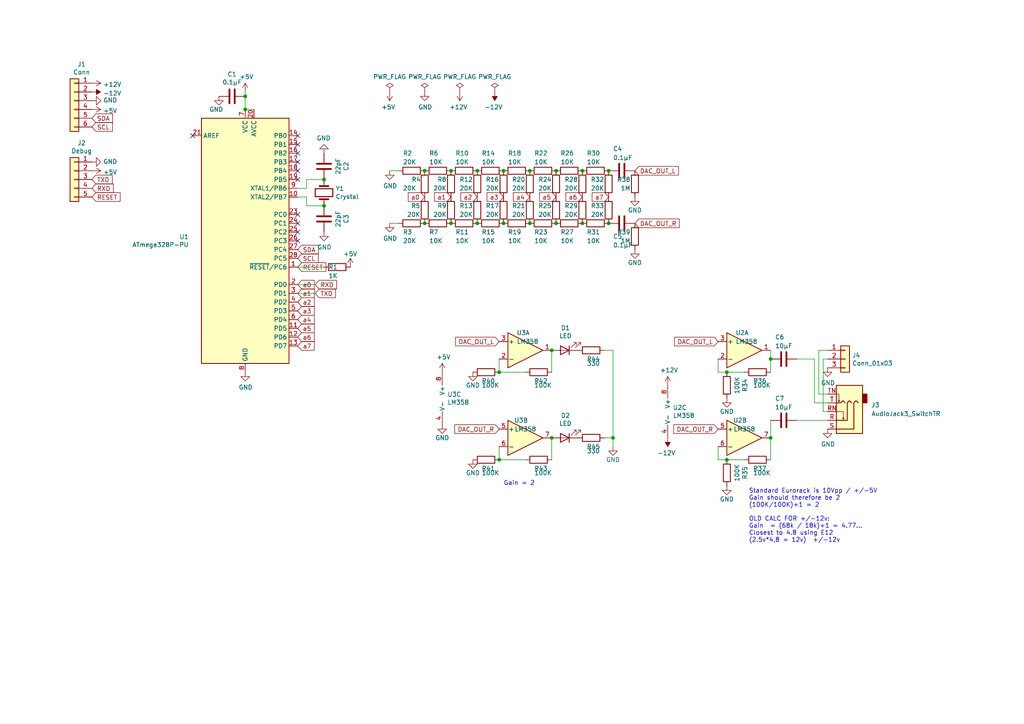
<source format=kicad_sch>
(kicad_sch (version 20211123) (generator eeschema)
  (paper "A4")
  (lib_symbols
    (symbol "Amplifier_Operational:LM358" (pin_names (offset 0.127))
      (property "Reference" "U" (at 0 5.08 0))
      (property "Value" "LM358" (at 0 -5.08 0))
      (symbol "LM358_1_1"
        (polyline (pts (xy -5.08 5.08) (xy 5.08 0) (xy -5.08 -5.08) (xy -5.08 5.08)) (stroke (width 0.254)) (fill (type background)))
        (pin output line (at 7.62 0 180) (length 2.54) (name "~") (number "1"))
        (pin input line (at -7.62 -2.54 0) (length 2.54) (name "-") (number "2"))
        (pin input line (at -7.62 2.54 0) (length 2.54) (name "+") (number "3"))
      )
      (symbol "LM358_2_1"
        (polyline (pts (xy -5.08 5.08) (xy 5.08 0) (xy -5.08 -5.08) (xy -5.08 5.08)) (stroke (width 0.254)) (fill (type background)))
        (pin input line (at -7.62 2.54 0) (length 2.54) (name "+") (number "5"))
        (pin input line (at -7.62 -2.54 0) (length 2.54) (name "-") (number "6"))
        (pin output line (at 7.62 0 180) (length 2.54) (name "~") (number "7"))
      )
      (symbol "LM358_3_1"
        (pin power_in line (at -2.54 -7.62 90) (length 3.81) (name "V-") (number "4"))
        (pin power_in line (at -2.54 7.62 270) (length 3.81) (name "V+") (number "8"))
      )
    )
    (symbol "Connector:AudioJack3_SwitchTR"
      (property "Reference" "J" (at 0 8.89 0))
      (property "Value" "AudioJack3_SwitchTR" (at 0 6.35 0))
      (symbol "AudioJack3_SwitchTR_0_1"
        (rectangle (start -5.08 -5.08) (end -6.35 -7.62) (stroke (width 0.254)) (fill (type outline)))
        (polyline (pts (xy 0.508 -0.254) (xy 0.762 -0.762)))
        (polyline (pts (xy 1.778 -5.334) (xy 2.032 -5.842)))
        (polyline (pts (xy 0 -5.08) (xy 0.635 -5.715) (xy 1.27 -5.08) (xy 2.54 -5.08)) (stroke (width 0.254)))
        (polyline (pts (xy 2.54 -7.62) (xy 1.778 -7.62) (xy 1.778 -5.334) (xy 1.524 -5.842)))
        (polyline (pts (xy 2.54 -2.54) (xy 0.508 -2.54) (xy 0.508 -0.254) (xy 0.254 -0.762)))
        (polyline (pts (xy -1.905 -5.08) (xy -1.27 -5.715) (xy -0.635 -5.08) (xy -0.635 0) (xy 2.54 0)) (stroke (width 0.254)))
        (polyline (pts (xy 2.54 2.54) (xy -2.54 2.54) (xy -2.54 -5.08) (xy -3.175 -5.715) (xy -3.81 -5.08)) (stroke (width 0.254)))
        (rectangle (start 2.54 3.81) (end -5.08 -10.16) (stroke (width 0.254)) (fill (type background)))
      )
      (symbol "AudioJack3_SwitchTR_1_1"
        (pin passive line (at 5.08 0 180) (length 2.54) (name "~") (number "R"))
        (pin passive line (at 5.08 -2.54 180) (length 2.54) (name "~") (number "RN"))
        (pin passive line (at 5.08 2.54 180) (length 2.54) (name "~") (number "S"))
        (pin passive line (at 5.08 -5.08 180) (length 2.54) (name "~") (number "T"))
        (pin passive line (at 5.08 -7.62 180) (length 2.54) (name "~") (number "TN"))
      )
    )
    (symbol "Connector_Generic:Conn_01x03" (pin_names (offset 1.016) hide)
      (property "Reference" "J" (at 0 5.08 0))
      (property "Value" "Conn_01x03" (at 0 -5.08 0))
      (symbol "Conn_01x03_1_1"
        (rectangle (start -1.27 -2.413) (end 0 -2.667) (stroke (width 0.1524)))
        (rectangle (start -1.27 0.127) (end 0 -0.127) (stroke (width 0.1524)))
        (rectangle (start -1.27 2.667) (end 0 2.413) (stroke (width 0.1524)))
        (rectangle (start -1.27 3.81) (end 1.27 -3.81) (stroke (width 0.254)) (fill (type background)))
        (pin passive line (at -5.08 2.54 0) (length 3.81) (name "Pin_1") (number "1"))
        (pin passive line (at -5.08 0 0) (length 3.81) (name "Pin_2") (number "2"))
        (pin passive line (at -5.08 -2.54 0) (length 3.81) (name "Pin_3") (number "3"))
      )
    )
    (symbol "Connector_Generic:Conn_01x05" (pin_names (offset 1.016) hide)
      (property "Reference" "J" (at 0 7.62 0))
      (property "Value" "Conn_01x05" (at 0 -7.62 0))
      (symbol "Conn_01x05_1_1"
        (rectangle (start -1.27 -4.953) (end 0 -5.207) (stroke (width 0.1524)))
        (rectangle (start -1.27 -2.413) (end 0 -2.667) (stroke (width 0.1524)))
        (rectangle (start -1.27 0.127) (end 0 -0.127) (stroke (width 0.1524)))
        (rectangle (start -1.27 2.667) (end 0 2.413) (stroke (width 0.1524)))
        (rectangle (start -1.27 5.207) (end 0 4.953) (stroke (width 0.1524)))
        (rectangle (start -1.27 6.35) (end 1.27 -6.35) (stroke (width 0.254)) (fill (type background)))
        (pin passive line (at -5.08 5.08 0) (length 3.81) (name "Pin_1") (number "1"))
        (pin passive line (at -5.08 2.54 0) (length 3.81) (name "Pin_2") (number "2"))
        (pin passive line (at -5.08 0 0) (length 3.81) (name "Pin_3") (number "3"))
        (pin passive line (at -5.08 -2.54 0) (length 3.81) (name "Pin_4") (number "4"))
        (pin passive line (at -5.08 -5.08 0) (length 3.81) (name "Pin_5") (number "5"))
      )
    )
    (symbol "Connector_Generic:Conn_01x06" (pin_names (offset 1.016) hide)
      (property "Reference" "J" (at 0 7.62 0))
      (property "Value" "Conn_01x06" (at 0 -10.16 0))
      (symbol "Conn_01x06_1_1"
        (rectangle (start -1.27 -7.493) (end 0 -7.747) (stroke (width 0.1524)))
        (rectangle (start -1.27 -4.953) (end 0 -5.207) (stroke (width 0.1524)))
        (rectangle (start -1.27 -2.413) (end 0 -2.667) (stroke (width 0.1524)))
        (rectangle (start -1.27 0.127) (end 0 -0.127) (stroke (width 0.1524)))
        (rectangle (start -1.27 2.667) (end 0 2.413) (stroke (width 0.1524)))
        (rectangle (start -1.27 5.207) (end 0 4.953) (stroke (width 0.1524)))
        (rectangle (start -1.27 6.35) (end 1.27 -8.89) (stroke (width 0.254)) (fill (type background)))
        (pin passive line (at -5.08 5.08 0) (length 3.81) (name "Pin_1") (number "1"))
        (pin passive line (at -5.08 2.54 0) (length 3.81) (name "Pin_2") (number "2"))
        (pin passive line (at -5.08 0 0) (length 3.81) (name "Pin_3") (number "3"))
        (pin passive line (at -5.08 -2.54 0) (length 3.81) (name "Pin_4") (number "4"))
        (pin passive line (at -5.08 -5.08 0) (length 3.81) (name "Pin_5") (number "5"))
        (pin passive line (at -5.08 -7.62 0) (length 3.81) (name "Pin_6") (number "6"))
      )
    )
    (symbol "Device:C" (pin_numbers hide) (pin_names (offset 0.254))
      (property "Reference" "C" (at 0.635 2.54 0))
      (property "Value" "C" (at 0.635 -2.54 0))
      (symbol "C_0_1"
        (polyline (pts (xy -2.032 -0.762) (xy 2.032 -0.762)) (stroke (width 0.508)))
        (polyline (pts (xy -2.032 0.762) (xy 2.032 0.762)) (stroke (width 0.508)))
      )
      (symbol "C_1_1"
        (pin passive line (at 0 3.81 270) (length 2.794) (name "~") (number "1"))
        (pin passive line (at 0 -3.81 90) (length 2.794) (name "~") (number "2"))
      )
    )
    (symbol "Device:Crystal" (pin_numbers hide) (pin_names (offset 1.016) hide)
      (property "Reference" "Y" (at 0 3.81 0))
      (property "Value" "Crystal" (at 0 -3.81 0))
      (symbol "Crystal_0_1"
        (rectangle (start -1.143 2.54) (end 1.143 -2.54) (stroke (width 0.3048)))
        (polyline (pts (xy -2.54 0) (xy -1.905 0)))
        (polyline (pts (xy -1.905 -1.27) (xy -1.905 1.27)) (stroke (width 0.508)))
        (polyline (pts (xy 1.905 -1.27) (xy 1.905 1.27)) (stroke (width 0.508)))
        (polyline (pts (xy 2.54 0) (xy 1.905 0)))
      )
      (symbol "Crystal_1_1"
        (pin passive line (at -3.81 0 0) (length 1.27) (name "1") (number "1"))
        (pin passive line (at 3.81 0 180) (length 1.27) (name "2") (number "2"))
      )
    )
    (symbol "Device:LED" (pin_numbers hide) (pin_names (offset 1.016) hide)
      (property "Reference" "D" (at 0 2.54 0))
      (property "Value" "LED" (at 0 -2.54 0))
      (symbol "LED_0_1"
        (polyline (pts (xy -1.27 -1.27) (xy -1.27 1.27)) (stroke (width 0.254)))
        (polyline (pts (xy -1.27 0) (xy 1.27 0)))
        (polyline (pts (xy 1.27 -1.27) (xy 1.27 1.27) (xy -1.27 0) (xy 1.27 -1.27)) (stroke (width 0.254)))
        (polyline (pts (xy -3.048 -0.762) (xy -4.572 -2.286) (xy -3.81 -2.286) (xy -4.572 -2.286) (xy -4.572 -1.524)))
        (polyline (pts (xy -1.778 -0.762) (xy -3.302 -2.286) (xy -2.54 -2.286) (xy -3.302 -2.286) (xy -3.302 -1.524)))
      )
      (symbol "LED_1_1"
        (pin passive line (at -3.81 0 0) (length 2.54) (name "K") (number "1"))
        (pin passive line (at 3.81 0 180) (length 2.54) (name "A") (number "2"))
      )
    )
    (symbol "Device:R" (pin_numbers hide) (pin_names (offset 0))
      (property "Reference" "R" (at 2.032 0 90))
      (property "Value" "R" (at 0 0 90))
      (symbol "R_0_1"
        (rectangle (start -1.016 -2.54) (end 1.016 2.54) (stroke (width 0.254)))
      )
      (symbol "R_1_1"
        (pin passive line (at 0 3.81 270) (length 1.27) (name "~") (number "1"))
        (pin passive line (at 0 -3.81 90) (length 1.27) (name "~") (number "2"))
      )
    )
    (symbol "WKVoice-rescue:ATmega328P-PU-MCU_Microchip_ATmega"
      (property "Reference" "U" (at -12.7 36.83 0))
      (property "Value" "ATmega328P-PU-MCU_Microchip_ATmega" (at 2.54 -36.83 0))
      (symbol "ATmega328P-PU-MCU_Microchip_ATmega_0_1"
        (rectangle (start -12.7 -35.56) (end 12.7 35.56) (stroke (width 0.254)) (fill (type background)))
      )
      (symbol "ATmega328P-PU-MCU_Microchip_ATmega_1_1"
        (pin bidirectional line (at 15.24 -7.62 180) (length 2.54) (name "~{RESET}/PC6") (number "1"))
        (pin bidirectional line (at 15.24 12.7 180) (length 2.54) (name "XTAL2/PB7") (number "10"))
        (pin bidirectional line (at 15.24 -25.4 180) (length 2.54) (name "PD5") (number "11"))
        (pin bidirectional line (at 15.24 -27.94 180) (length 2.54) (name "PD6") (number "12"))
        (pin bidirectional line (at 15.24 -30.48 180) (length 2.54) (name "PD7") (number "13"))
        (pin bidirectional line (at 15.24 30.48 180) (length 2.54) (name "PB0") (number "14"))
        (pin bidirectional line (at 15.24 27.94 180) (length 2.54) (name "PB1") (number "15"))
        (pin bidirectional line (at 15.24 25.4 180) (length 2.54) (name "PB2") (number "16"))
        (pin bidirectional line (at 15.24 22.86 180) (length 2.54) (name "PB3") (number "17"))
        (pin bidirectional line (at 15.24 20.32 180) (length 2.54) (name "PB4") (number "18"))
        (pin bidirectional line (at 15.24 17.78 180) (length 2.54) (name "PB5") (number "19"))
        (pin bidirectional line (at 15.24 -12.7 180) (length 2.54) (name "PD0") (number "2"))
        (pin power_in line (at 2.54 38.1 270) (length 2.54) (name "AVCC") (number "20"))
        (pin passive line (at -15.24 30.48 0) (length 2.54) (name "AREF") (number "21"))
        (pin passive line (at 0 -38.1 90) (length 2.54) hide (name "GND") (number "22"))
        (pin bidirectional line (at 15.24 7.62 180) (length 2.54) (name "PC0") (number "23"))
        (pin bidirectional line (at 15.24 5.08 180) (length 2.54) (name "PC1") (number "24"))
        (pin bidirectional line (at 15.24 2.54 180) (length 2.54) (name "PC2") (number "25"))
        (pin bidirectional line (at 15.24 0 180) (length 2.54) (name "PC3") (number "26"))
        (pin bidirectional line (at 15.24 -2.54 180) (length 2.54) (name "PC4") (number "27"))
        (pin bidirectional line (at 15.24 -5.08 180) (length 2.54) (name "PC5") (number "28"))
        (pin bidirectional line (at 15.24 -15.24 180) (length 2.54) (name "PD1") (number "3"))
        (pin bidirectional line (at 15.24 -17.78 180) (length 2.54) (name "PD2") (number "4"))
        (pin bidirectional line (at 15.24 -20.32 180) (length 2.54) (name "PD3") (number "5"))
        (pin bidirectional line (at 15.24 -22.86 180) (length 2.54) (name "PD4") (number "6"))
        (pin power_in line (at 0 38.1 270) (length 2.54) (name "VCC") (number "7"))
        (pin power_in line (at 0 -38.1 90) (length 2.54) (name "GND") (number "8"))
        (pin bidirectional line (at 15.24 15.24 180) (length 2.54) (name "XTAL1/PB6") (number "9"))
      )
    )
    (symbol "power:+12V" (power) (pin_names (offset 0))
      (property "Value" "+12V" (at 0 3.556 0))
      (symbol "+12V_0_1"
        (polyline (pts (xy -0.762 1.27) (xy 0 2.54)))
        (polyline (pts (xy 0 0) (xy 0 2.54)))
        (polyline (pts (xy 0 2.54) (xy 0.762 1.27)))
      )
      (symbol "+12V_1_1"
        (pin power_in line (at 0 0 90) (length 0) hide (name "+12V") (number "1"))
      )
    )
    (symbol "power:+5V" (power) (pin_names (offset 0))
      (property "Value" "+5V" (at 0 3.556 0))
      (symbol "+5V_0_1"
        (polyline (pts (xy -0.762 1.27) (xy 0 2.54)))
        (polyline (pts (xy 0 0) (xy 0 2.54)))
        (polyline (pts (xy 0 2.54) (xy 0.762 1.27)))
      )
      (symbol "+5V_1_1"
        (pin power_in line (at 0 0 90) (length 0) hide (name "+5V") (number "1"))
      )
    )
    (symbol "power:-12V" (power) (pin_names (offset 0))
      (property "Value" "-12V" (at 0 3.81 0))
      (symbol "-12V_0_0"
        (pin power_in line (at 0 0 90) (length 0) hide (name "-12V") (number "1"))
      )
      (symbol "-12V_0_1"
        (polyline (pts (xy 0 0) (xy 0 1.27) (xy 0.762 1.27) (xy 0 2.54) (xy -0.762 1.27) (xy 0 1.27)) (fill (type outline)))
      )
    )
    (symbol "power:GND" (power) (pin_names (offset 0))
      (property "Value" "GND" (at 0 -3.81 0))
      (symbol "GND_0_1"
        (polyline (pts (xy 0 0) (xy 0 -1.27) (xy 1.27 -1.27) (xy 0 -2.54) (xy -1.27 -1.27) (xy 0 -1.27)))
      )
      (symbol "GND_1_1"
        (pin power_in line (at 0 0 270) (length 0) hide (name "GND") (number "1"))
      )
    )
    (symbol "power:PWR_FLAG" (power) (pin_numbers hide) (pin_names (offset 0) hide)
      (property "Value" "PWR_FLAG" (at 0 3.81 0))
      (symbol "PWR_FLAG_0_0"
        (pin power_out line (at 0 0 90) (length 0) (name "pwr") (number "1"))
      )
      (symbol "PWR_FLAG_0_1"
        (polyline (pts (xy 0 0) (xy 0 1.27) (xy -1.016 1.905) (xy 0 2.54) (xy 1.016 1.905) (xy 0 1.27)))
      )
    )
  )
  (junction (at 138.43 49.53))
  (junction (at 160.02 127))
  (junction (at 160.02 101.6))
  (junction (at 210.82 133.35))
  (junction (at 144.78 133.35))
  (junction (at 168.91 49.53))
  (junction (at 144.78 107.95))
  (junction (at 210.82 107.95))
  (junction (at 153.67 49.53))
  (junction (at 168.91 64.77))
  (junction (at 123.19 64.77))
  (junction (at 223.52 104.14))
  (junction (at 177.8 127))
  (junction (at 146.05 64.77))
  (junction (at 123.19 49.53))
  (junction (at 71.12 31.75))
  (junction (at 146.05 49.53))
  (junction (at 93.98 52.07))
  (junction (at 223.52 127))
  (junction (at 93.98 59.69))
  (junction (at 130.81 64.77))
  (junction (at 130.81 49.53))
  (junction (at 71.12 27.94))
  (junction (at 176.53 64.77))
  (junction (at 176.53 49.53))
  (junction (at 138.43 64.77))
  (junction (at 161.29 64.77))
  (junction (at 153.67 64.77))
  (junction (at 161.29 49.53))
  (no_connect (at 86.36 44.45))
  (no_connect (at 86.36 39.37))
  (no_connect (at 86.36 69.85))
  (no_connect (at 86.36 46.99))
  (no_connect (at 55.88 39.37))
  (no_connect (at 86.36 41.91))
  (no_connect (at 86.36 49.53))
  (no_connect (at 86.36 67.31))
  (no_connect (at 86.36 52.07))
  (no_connect (at 86.36 64.77))
  (no_connect (at 86.36 62.23))
  (wire (pts (xy 88.9 59.69) (xy 93.98 59.69)))
  (wire (pts (xy 160.02 133.35) (xy 160.02 127)))
  (wire (pts (xy 93.98 52.07) (xy 88.9 52.07)))
  (wire (pts (xy 210.82 133.35) (xy 208.28 133.35)))
  (wire (pts (xy 86.36 77.47) (xy 93.98 77.47)))
  (wire (pts (xy 223.52 104.14) (xy 223.52 101.6)))
  (wire (pts (xy 86.36 57.15) (xy 88.9 57.15)))
  (wire (pts (xy 86.36 85.09) (xy 91.44 85.09)))
  (wire (pts (xy 238.76 104.14) (xy 238.76 119.38)))
  (wire (pts (xy 215.9 133.35) (xy 210.82 133.35)))
  (wire (pts (xy 86.36 82.55) (xy 91.44 82.55)))
  (wire (pts (xy 223.52 121.92) (xy 223.52 127)))
  (wire (pts (xy 210.82 107.95) (xy 215.9 107.95)))
  (wire (pts (xy 113.03 49.53) (xy 115.57 49.53)))
  (wire (pts (xy 144.78 107.95) (xy 152.4 107.95)))
  (wire (pts (xy 71.12 27.94) (xy 71.12 31.75)))
  (wire (pts (xy 160.02 101.6) (xy 160.02 107.95)))
  (wire (pts (xy 113.03 64.77) (xy 115.57 64.77)))
  (wire (pts (xy 88.9 52.07) (xy 88.9 54.61)))
  (wire (pts (xy 208.28 104.14) (xy 208.28 107.95)))
  (wire (pts (xy 236.22 104.14) (xy 236.22 116.84)))
  (wire (pts (xy 240.03 104.14) (xy 238.76 104.14)))
  (wire (pts (xy 88.9 54.61) (xy 86.36 54.61)))
  (wire (pts (xy 231.14 104.14) (xy 236.22 104.14)))
  (wire (pts (xy 175.26 101.6) (xy 177.8 101.6)))
  (wire (pts (xy 223.52 107.95) (xy 223.52 104.14)))
  (wire (pts (xy 73.66 31.75) (xy 71.12 31.75)))
  (wire (pts (xy 231.14 121.92) (xy 240.03 121.92)))
  (wire (pts (xy 144.78 107.95) (xy 144.78 104.14)))
  (wire (pts (xy 71.12 27.94) (xy 71.12 26.67)))
  (wire (pts (xy 208.28 107.95) (xy 210.82 107.95)))
  (wire (pts (xy 237.49 101.6) (xy 240.03 101.6)))
  (wire (pts (xy 144.78 129.54) (xy 144.78 133.35)))
  (wire (pts (xy 152.4 133.35) (xy 144.78 133.35)))
  (wire (pts (xy 237.49 114.3) (xy 237.49 101.6)))
  (wire (pts (xy 177.8 101.6) (xy 177.8 127)))
  (wire (pts (xy 240.03 114.3) (xy 237.49 114.3)))
  (wire (pts (xy 240.03 116.84) (xy 236.22 116.84)))
  (wire (pts (xy 88.9 57.15) (xy 88.9 59.69)))
  (wire (pts (xy 175.26 127) (xy 177.8 127)))
  (wire (pts (xy 208.28 133.35) (xy 208.28 129.54)))
  (wire (pts (xy 238.76 119.38) (xy 240.03 119.38)))
  (wire (pts (xy 223.52 127) (xy 223.52 133.35)))
  (wire (pts (xy 177.8 127) (xy 177.8 129.54)))
  (text "OLD CALC FOR +/-12v:\nGain  = (68k / 18k)+1 = 4.77...\nClosest to 4.8 using E12\n(2.5v*4,8 = 12v) ~{} +/-12v" (at 217.17 157.48 0) (effects (font (size 1.27 1.27)) (justify left bottom)))
  (text "Gain = 2" (at 146.05 140.97 0) (effects (font (size 1.27 1.27)) (justify left bottom)))
  (text "Standard Eurorack is 10Vpp / +/-5V\nGain should therefore be 2\n(100K/100K)+1 = 2" (at 217.17 147.32 0) (effects (font (size 1.27 1.27)) (justify left bottom)))
  (global_label "a0" (shape input) (at 123.19 57.15 180) (property "Intersheet References" "${INTERSHEET_REFS}" (effects hide)))
  (global_label "TXD" (shape input) (at 26.67 52.07 0) (property "Intersheet References" "${INTERSHEET_REFS}" (effects hide)))
  (global_label "a6" (shape input) (at 168.91 57.15 180) (property "Intersheet References" "${INTERSHEET_REFS}" (effects hide)))
  (global_label "a3" (shape input) (at 146.05 57.15 180) (property "Intersheet References" "${INTERSHEET_REFS}" (effects hide)))
  (global_label "RXD" (shape input) (at 26.67 54.61 0) (property "Intersheet References" "${INTERSHEET_REFS}" (effects hide)))
  (global_label "a4" (shape input) (at 153.67 57.15 180) (property "Intersheet References" "${INTERSHEET_REFS}" (effects hide)))
  (global_label "a1" (shape input) (at 86.36 85.09 0) (property "Intersheet References" "${INTERSHEET_REFS}" (effects hide)))
  (global_label "a5" (shape input) (at 161.29 57.15 180) (property "Intersheet References" "${INTERSHEET_REFS}" (effects hide)))
  (global_label "a0" (shape input) (at 86.36 82.55 0) (property "Intersheet References" "${INTERSHEET_REFS}" (effects hide)))
  (global_label "SDA" (shape input) (at 26.67 34.29 0) (property "Intersheet References" "${INTERSHEET_REFS}" (effects hide)))
  (global_label "RESET" (shape input) (at 86.36 77.47 0) (property "Intersheet References" "${INTERSHEET_REFS}" (effects hide)))
  (global_label "SCL" (shape input) (at 86.36 74.93 0) (property "Intersheet References" "${INTERSHEET_REFS}" (effects hide)))
  (global_label "DAC_OUT_R" (shape input) (at 184.15 64.77 0) (property "Intersheet References" "${INTERSHEET_REFS}" (effects hide)))
  (global_label "DAC_OUT_L" (shape input) (at 184.15 49.53 0) (property "Intersheet References" "${INTERSHEET_REFS}" (effects hide)))
  (global_label "a7" (shape input) (at 86.36 100.33 0) (property "Intersheet References" "${INTERSHEET_REFS}" (effects hide)))
  (global_label "SDA" (shape input) (at 86.36 72.39 0) (property "Intersheet References" "${INTERSHEET_REFS}" (effects hide)))
  (global_label "a4" (shape input) (at 86.36 92.71 0) (property "Intersheet References" "${INTERSHEET_REFS}" (effects hide)))
  (global_label "TXD" (shape input) (at 91.44 85.09 0) (property "Intersheet References" "${INTERSHEET_REFS}" (effects hide)))
  (global_label "a7" (shape input) (at 176.53 57.15 180) (property "Intersheet References" "${INTERSHEET_REFS}" (effects hide)))
  (global_label "a2" (shape input) (at 138.43 57.15 180) (property "Intersheet References" "${INTERSHEET_REFS}" (effects hide)))
  (global_label "DAC_OUT_L" (shape input) (at 144.78 99.06 180) (property "Intersheet References" "${INTERSHEET_REFS}" (effects hide)))
  (global_label "a3" (shape input) (at 86.36 90.17 0) (property "Intersheet References" "${INTERSHEET_REFS}" (effects hide)))
  (global_label "a1" (shape input) (at 130.81 57.15 180) (property "Intersheet References" "${INTERSHEET_REFS}" (effects hide)))
  (global_label "a6" (shape input) (at 86.36 97.79 0) (property "Intersheet References" "${INTERSHEET_REFS}" (effects hide)))
  (global_label "a2" (shape input) (at 86.36 87.63 0) (property "Intersheet References" "${INTERSHEET_REFS}" (effects hide)))
  (global_label "DAC_OUT_L" (shape input) (at 208.28 99.06 180) (property "Intersheet References" "${INTERSHEET_REFS}" (effects hide)))
  (global_label "RXD" (shape input) (at 91.44 82.55 0) (property "Intersheet References" "${INTERSHEET_REFS}" (effects hide)))
  (global_label "DAC_OUT_R" (shape input) (at 208.28 124.46 180) (property "Intersheet References" "${INTERSHEET_REFS}" (effects hide)))
  (global_label "SCL" (shape input) (at 26.67 36.83 0) (property "Intersheet References" "${INTERSHEET_REFS}" (effects hide)))
  (global_label "a5" (shape input) (at 86.36 95.25 0) (property "Intersheet References" "${INTERSHEET_REFS}" (effects hide)))
  (global_label "DAC_OUT_R" (shape input) (at 144.78 124.46 180) (property "Intersheet References" "${INTERSHEET_REFS}" (effects hide)))
  (global_label "RESET" (shape input) (at 26.67 57.15 0) (property "Intersheet References" "${INTERSHEET_REFS}" (effects hide)))
  (symbol (lib_id "WKVoice-rescue:ATmega328P-PU-MCU_Microchip_ATmega") (at 71.12 69.85 0) (unit 1)
    (property "Reference" "U1" (at 54.7624 68.6816 0) (effects (justify right)))
    (property "Value" "ATmega328P-PU" (at 54.7624 70.993 0) (effects (justify right)))
    (property "Footprint" "Package_DIP:DIP-28_W7.62mm" (effects hide))
    (property "Datasheet" "http://ww1.microchip.com/downloads/en/DeviceDoc/ATmega328_P%20AVR%20MCU%20with%20picoPower%20Technology%20Data%20Sheet%2040001984A.pdf" (effects hide))
  )
  (symbol (lib_id "power:GND") (at 71.12 107.95 0) (unit 1)
    (property "Reference" "#PWR0101" (effects hide))
    (property "Value" "GND" (at 71.247 112.3442 0))
  )
  (symbol (lib_id "power:+5V") (at 71.12 26.67 0) (unit 1)
    (property "Reference" "#PWR0102" (effects hide))
    (property "Value" "+5V" (at 71.501 22.2758 0))
  )
  (symbol (lib_id "Device:C") (at 67.31 27.94 270) (unit 1)
    (property "Reference" "C1" (at 67.31 21.5392 90))
    (property "Value" "0.1µF" (at 67.31 23.8506 90))
    (property "Footprint" "Capacitor_THT:C_Disc_D4.7mm_W2.5mm_P5.00mm" (effects hide))
  )
  (symbol (lib_id "power:GND") (at 63.5 27.94 0) (unit 1)
    (property "Reference" "#PWR0103" (effects hide))
    (property "Value" "GND" (at 64.77 31.75 0) (effects (justify right)))
  )
  (symbol (lib_id "Device:R") (at 127 64.77 270) (unit 1)
    (property "Reference" "R7" (at 124.46 67.31 90) (effects (justify left)))
    (property "Value" "10K" (at 124.46 69.85 90) (effects (justify left)))
    (property "Footprint" "Resistor_THT:R_Axial_DIN0207_L6.3mm_D2.5mm_P10.16mm_Horizontal" (effects hide))
  )
  (symbol (lib_id "Device:R") (at 119.38 64.77 270) (unit 1)
    (property "Reference" "R3" (at 116.84 67.31 90) (effects (justify left)))
    (property "Value" "20K" (at 116.84 69.85 90) (effects (justify left)))
    (property "Footprint" "Resistor_THT:R_Axial_DIN0207_L6.3mm_D2.5mm_P10.16mm_Horizontal" (effects hide))
  )
  (symbol (lib_id "Device:R") (at 123.19 60.96 180) (unit 1)
    (property "Reference" "R5" (at 121.92 59.69 0) (effects (justify left)))
    (property "Value" "20K" (at 121.92 62.23 0) (effects (justify left)))
    (property "Footprint" "Resistor_THT:R_Axial_DIN0207_L6.3mm_D2.5mm_P10.16mm_Horizontal" (effects hide))
  )
  (symbol (lib_id "power:GND") (at 113.03 64.77 0) (unit 1)
    (property "Reference" "#PWR0104" (effects hide))
    (property "Value" "GND" (at 113.157 69.1642 0))
  )
  (symbol (lib_id "power:GND") (at 113.03 49.53 0) (unit 1)
    (property "Reference" "#PWR0107" (effects hide))
    (property "Value" "GND" (at 113.157 53.9242 0))
  )
  (symbol (lib_id "Device:R") (at 130.81 60.96 180) (unit 1)
    (property "Reference" "R9" (at 129.54 59.69 0) (effects (justify left)))
    (property "Value" "20K" (at 129.54 62.23 0) (effects (justify left)))
    (property "Footprint" "Resistor_THT:R_Axial_DIN0207_L6.3mm_D2.5mm_P10.16mm_Horizontal" (effects hide))
  )
  (symbol (lib_id "Device:R") (at 138.43 60.96 180) (unit 1)
    (property "Reference" "R13" (at 137.16 59.69 0) (effects (justify left)))
    (property "Value" "20K" (at 137.16 62.23 0) (effects (justify left)))
    (property "Footprint" "Resistor_THT:R_Axial_DIN0207_L6.3mm_D2.5mm_P10.16mm_Horizontal" (effects hide))
  )
  (symbol (lib_id "Device:R") (at 146.05 60.96 180) (unit 1)
    (property "Reference" "R17" (at 144.78 59.69 0) (effects (justify left)))
    (property "Value" "20K" (at 144.78 62.23 0) (effects (justify left)))
    (property "Footprint" "Resistor_THT:R_Axial_DIN0207_L6.3mm_D2.5mm_P10.16mm_Horizontal" (effects hide))
  )
  (symbol (lib_id "Device:R") (at 153.67 60.96 180) (unit 1)
    (property "Reference" "R21" (at 152.4 59.69 0) (effects (justify left)))
    (property "Value" "20K" (at 152.4 62.23 0) (effects (justify left)))
    (property "Footprint" "Resistor_THT:R_Axial_DIN0207_L6.3mm_D2.5mm_P10.16mm_Horizontal" (effects hide))
  )
  (symbol (lib_id "Device:R") (at 161.29 60.96 180) (unit 1)
    (property "Reference" "R25" (at 160.02 59.69 0) (effects (justify left)))
    (property "Value" "20K" (at 160.02 62.23 0) (effects (justify left)))
    (property "Footprint" "Resistor_THT:R_Axial_DIN0207_L6.3mm_D2.5mm_P10.16mm_Horizontal" (effects hide))
  )
  (symbol (lib_id "Device:R") (at 168.91 60.96 180) (unit 1)
    (property "Reference" "R29" (at 167.64 59.69 0) (effects (justify left)))
    (property "Value" "20K" (at 167.64 62.23 0) (effects (justify left)))
    (property "Footprint" "Resistor_THT:R_Axial_DIN0207_L6.3mm_D2.5mm_P10.16mm_Horizontal" (effects hide))
  )
  (symbol (lib_id "Device:R") (at 176.53 60.96 180) (unit 1)
    (property "Reference" "R33" (at 175.26 59.69 0) (effects (justify left)))
    (property "Value" "20K" (at 175.26 62.23 0) (effects (justify left)))
    (property "Footprint" "Resistor_THT:R_Axial_DIN0207_L6.3mm_D2.5mm_P10.16mm_Horizontal" (effects hide))
  )
  (symbol (lib_id "Device:R") (at 134.62 64.77 270) (unit 1)
    (property "Reference" "R11" (at 132.08 67.31 90) (effects (justify left)))
    (property "Value" "10K" (at 132.08 69.85 90) (effects (justify left)))
    (property "Footprint" "Resistor_THT:R_Axial_DIN0207_L6.3mm_D2.5mm_P10.16mm_Horizontal" (effects hide))
  )
  (symbol (lib_id "Device:R") (at 142.24 64.77 270) (unit 1)
    (property "Reference" "R15" (at 139.7 67.31 90) (effects (justify left)))
    (property "Value" "10K" (at 139.7 69.85 90) (effects (justify left)))
    (property "Footprint" "Resistor_THT:R_Axial_DIN0207_L6.3mm_D2.5mm_P10.16mm_Horizontal" (effects hide))
  )
  (symbol (lib_id "Device:R") (at 149.86 64.77 270) (unit 1)
    (property "Reference" "R19" (at 147.32 67.31 90) (effects (justify left)))
    (property "Value" "10K" (at 147.32 69.85 90) (effects (justify left)))
    (property "Footprint" "Resistor_THT:R_Axial_DIN0207_L6.3mm_D2.5mm_P10.16mm_Horizontal" (effects hide))
  )
  (symbol (lib_id "Device:R") (at 157.48 64.77 270) (unit 1)
    (property "Reference" "R23" (at 154.94 67.31 90) (effects (justify left)))
    (property "Value" "10K" (at 154.94 69.85 90) (effects (justify left)))
    (property "Footprint" "Resistor_THT:R_Axial_DIN0207_L6.3mm_D2.5mm_P10.16mm_Horizontal" (effects hide))
  )
  (symbol (lib_id "Device:R") (at 165.1 64.77 270) (unit 1)
    (property "Reference" "R27" (at 162.56 67.31 90) (effects (justify left)))
    (property "Value" "10K" (at 162.56 69.85 90) (effects (justify left)))
    (property "Footprint" "Resistor_THT:R_Axial_DIN0207_L6.3mm_D2.5mm_P10.16mm_Horizontal" (effects hide))
  )
  (symbol (lib_id "Device:R") (at 172.72 64.77 270) (unit 1)
    (property "Reference" "R31" (at 170.18 67.31 90) (effects (justify left)))
    (property "Value" "10K" (at 170.18 69.85 90) (effects (justify left)))
    (property "Footprint" "Resistor_THT:R_Axial_DIN0207_L6.3mm_D2.5mm_P10.16mm_Horizontal" (effects hide))
  )
  (symbol (lib_id "Device:R") (at 127 49.53 270) (unit 1)
    (property "Reference" "R6" (at 124.46 44.45 90) (effects (justify left)))
    (property "Value" "10K" (at 124.46 46.99 90) (effects (justify left)))
    (property "Footprint" "Resistor_THT:R_Axial_DIN0207_L6.3mm_D2.5mm_P10.16mm_Horizontal" (effects hide))
  )
  (symbol (lib_id "Device:R") (at 134.62 49.53 270) (unit 1)
    (property "Reference" "R10" (at 132.08 44.45 90) (effects (justify left)))
    (property "Value" "10K" (at 132.08 46.99 90) (effects (justify left)))
    (property "Footprint" "Resistor_THT:R_Axial_DIN0207_L6.3mm_D2.5mm_P10.16mm_Horizontal" (effects hide))
  )
  (symbol (lib_id "Device:R") (at 142.24 49.53 270) (unit 1)
    (property "Reference" "R14" (at 139.7 44.45 90) (effects (justify left)))
    (property "Value" "10K" (at 139.7 46.99 90) (effects (justify left)))
    (property "Footprint" "Resistor_THT:R_Axial_DIN0207_L6.3mm_D2.5mm_P10.16mm_Horizontal" (effects hide))
  )
  (symbol (lib_id "Device:R") (at 149.86 49.53 270) (unit 1)
    (property "Reference" "R18" (at 147.32 44.45 90) (effects (justify left)))
    (property "Value" "10K" (at 147.32 46.99 90) (effects (justify left)))
    (property "Footprint" "Resistor_THT:R_Axial_DIN0207_L6.3mm_D2.5mm_P10.16mm_Horizontal" (effects hide))
  )
  (symbol (lib_id "Device:R") (at 157.48 49.53 270) (unit 1)
    (property "Reference" "R22" (at 154.94 44.45 90) (effects (justify left)))
    (property "Value" "10K" (at 154.94 46.99 90) (effects (justify left)))
    (property "Footprint" "Resistor_THT:R_Axial_DIN0207_L6.3mm_D2.5mm_P10.16mm_Horizontal" (effects hide))
  )
  (symbol (lib_id "Device:R") (at 165.1 49.53 270) (unit 1)
    (property "Reference" "R26" (at 162.56 44.45 90) (effects (justify left)))
    (property "Value" "10K" (at 162.56 46.99 90) (effects (justify left)))
    (property "Footprint" "Resistor_THT:R_Axial_DIN0207_L6.3mm_D2.5mm_P10.16mm_Horizontal" (effects hide))
  )
  (symbol (lib_id "Device:R") (at 172.72 49.53 270) (unit 1)
    (property "Reference" "R30" (at 170.18 44.45 90) (effects (justify left)))
    (property "Value" "10K" (at 170.18 46.99 90) (effects (justify left)))
    (property "Footprint" "Resistor_THT:R_Axial_DIN0207_L6.3mm_D2.5mm_P10.16mm_Horizontal" (effects hide))
  )
  (symbol (lib_id "Device:R") (at 119.38 49.53 270) (unit 1)
    (property "Reference" "R2" (at 116.84 44.45 90) (effects (justify left)))
    (property "Value" "20K" (at 116.84 46.99 90) (effects (justify left)))
    (property "Footprint" "Resistor_THT:R_Axial_DIN0207_L6.3mm_D2.5mm_P10.16mm_Horizontal" (effects hide))
  )
  (symbol (lib_id "Device:R") (at 176.53 53.34 180) (unit 1)
    (property "Reference" "R32" (at 175.26 52.07 0) (effects (justify left)))
    (property "Value" "20K" (at 175.26 54.61 0) (effects (justify left)))
    (property "Footprint" "Resistor_THT:R_Axial_DIN0207_L6.3mm_D2.5mm_P10.16mm_Horizontal" (effects hide))
  )
  (symbol (lib_id "Device:R") (at 168.91 53.34 180) (unit 1)
    (property "Reference" "R28" (at 167.64 52.07 0) (effects (justify left)))
    (property "Value" "20K" (at 167.64 54.61 0) (effects (justify left)))
    (property "Footprint" "Resistor_THT:R_Axial_DIN0207_L6.3mm_D2.5mm_P10.16mm_Horizontal" (effects hide))
  )
  (symbol (lib_id "Device:R") (at 161.29 53.34 180) (unit 1)
    (property "Reference" "R24" (at 160.02 52.07 0) (effects (justify left)))
    (property "Value" "20K" (at 160.02 54.61 0) (effects (justify left)))
    (property "Footprint" "Resistor_THT:R_Axial_DIN0207_L6.3mm_D2.5mm_P10.16mm_Horizontal" (effects hide))
  )
  (symbol (lib_id "Device:R") (at 153.67 53.34 180) (unit 1)
    (property "Reference" "R20" (at 152.4 52.07 0) (effects (justify left)))
    (property "Value" "20K" (at 152.4 54.61 0) (effects (justify left)))
    (property "Footprint" "Resistor_THT:R_Axial_DIN0207_L6.3mm_D2.5mm_P10.16mm_Horizontal" (effects hide))
  )
  (symbol (lib_id "Device:R") (at 146.05 53.34 180) (unit 1)
    (property "Reference" "R16" (at 144.78 52.07 0) (effects (justify left)))
    (property "Value" "20K" (at 144.78 54.61 0) (effects (justify left)))
    (property "Footprint" "Resistor_THT:R_Axial_DIN0207_L6.3mm_D2.5mm_P10.16mm_Horizontal" (effects hide))
  )
  (symbol (lib_id "Device:R") (at 138.43 53.34 180) (unit 1)
    (property "Reference" "R12" (at 137.16 52.07 0) (effects (justify left)))
    (property "Value" "20K" (at 137.16 54.61 0) (effects (justify left)))
    (property "Footprint" "Resistor_THT:R_Axial_DIN0207_L6.3mm_D2.5mm_P10.16mm_Horizontal" (effects hide))
  )
  (symbol (lib_id "Device:R") (at 130.81 53.34 180) (unit 1)
    (property "Reference" "R8" (at 129.54 52.07 0) (effects (justify left)))
    (property "Value" "20K" (at 129.54 54.61 0) (effects (justify left)))
    (property "Footprint" "Resistor_THT:R_Axial_DIN0207_L6.3mm_D2.5mm_P10.16mm_Horizontal" (effects hide))
  )
  (symbol (lib_id "Device:R") (at 123.19 53.34 180) (unit 1)
    (property "Reference" "R4" (at 119.38 52.07 0) (effects (justify right)))
    (property "Value" "20K" (at 116.84 54.61 0) (effects (justify right)))
    (property "Footprint" "Resistor_THT:R_Axial_DIN0207_L6.3mm_D2.5mm_P10.16mm_Horizontal" (effects hide))
  )
  (symbol (lib_id "Amplifier_Operational:LM358") (at 215.9 101.6 0) (unit 1)
    (property "Reference" "U2" (at 217.17 96.52 0) (effects (justify right)))
    (property "Value" "LM358" (at 219.71 99.06 0) (effects (justify right)))
    (property "Footprint" "Package_DIP:DIP-8_W7.62mm_LongPads" (effects hide))
    (property "Datasheet" "http://www.ti.com/lit/ds/symlink/lm2904-n.pdf" (effects hide))
  )
  (symbol (lib_id "Amplifier_Operational:LM358") (at 215.9 127 0) (unit 2)
    (property "Reference" "U2" (at 214.63 121.92 0))
    (property "Value" "LM358" (at 215.9 124.46 0))
    (property "Footprint" "Package_DIP:DIP-8_W7.62mm_LongPads" (effects hide))
    (property "Datasheet" "http://www.ti.com/lit/ds/symlink/lm2904-n.pdf" (effects hide))
  )
  (symbol (lib_id "power:GND") (at 240.03 124.46 0) (unit 1)
    (property "Reference" "#PWR0108" (effects hide))
    (property "Value" "GND" (at 240.157 128.8542 0))
  )
  (symbol (lib_id "Device:C") (at 93.98 63.5 180) (unit 1)
    (property "Reference" "C3" (at 100.3808 63.5 90))
    (property "Value" "22pF" (at 98.0694 63.5 90))
    (property "Footprint" "Capacitor_THT:C_Disc_D4.7mm_W2.5mm_P5.00mm" (effects hide))
  )
  (symbol (lib_id "Device:C") (at 93.98 48.26 180) (unit 1)
    (property "Reference" "C2" (at 100.3808 48.26 90))
    (property "Value" "22pF" (at 98.0694 48.26 90))
    (property "Footprint" "Capacitor_THT:C_Disc_D4.7mm_W2.5mm_P5.00mm" (effects hide))
  )
  (symbol (lib_id "Device:Crystal") (at 93.98 55.88 270) (unit 1)
    (property "Reference" "Y1" (at 97.3074 54.7116 90) (effects (justify left)))
    (property "Value" "Crystal" (at 97.3074 57.023 90) (effects (justify left)))
    (property "Footprint" "Crystal:Crystal_HC49-U_Vertical" (effects hide))
  )
  (symbol (lib_id "power:GND") (at 93.98 67.31 0) (unit 1)
    (property "Reference" "#PWR0109" (effects hide))
    (property "Value" "GND" (at 94.107 71.7042 0))
  )
  (symbol (lib_id "power:GND") (at 93.98 44.45 180) (unit 1)
    (property "Reference" "#PWR0110" (effects hide))
    (property "Value" "GND" (at 93.853 40.0558 0))
  )
  (symbol (lib_id "Device:R") (at 97.79 77.47 270) (unit 1)
    (property "Reference" "R1" (at 95.25 77.47 90) (effects (justify left)))
    (property "Value" "1K" (at 95.25 80.01 90) (effects (justify left)))
    (property "Footprint" "Resistor_THT:R_Axial_DIN0207_L6.3mm_D2.5mm_P10.16mm_Horizontal" (effects hide))
  )
  (symbol (lib_id "power:+5V") (at 101.6 77.47 0) (unit 1)
    (property "Reference" "#PWR0111" (effects hide))
    (property "Value" "+5V" (at 101.6 73.66 0))
  )
  (symbol (lib_id "power:PWR_FLAG") (at 113.03 26.67 0) (unit 1)
    (property "Reference" "#FLG0101" (effects hide))
    (property "Value" "PWR_FLAG" (at 113.03 22.2758 0))
  )
  (symbol (lib_id "power:PWR_FLAG") (at 123.19 26.67 0) (unit 1)
    (property "Reference" "#FLG0102" (effects hide))
    (property "Value" "PWR_FLAG" (at 123.19 22.2758 0))
  )
  (symbol (lib_id "power:GND") (at 123.19 26.67 0) (unit 1)
    (property "Reference" "#PWR0112" (effects hide))
    (property "Value" "GND" (at 123.317 31.0642 0))
  )
  (symbol (lib_id "power:+5V") (at 113.03 26.67 180) (unit 1)
    (property "Reference" "#PWR0113" (effects hide))
    (property "Value" "+5V" (at 112.649 31.0642 0))
  )
  (symbol (lib_id "Connector_Generic:Conn_01x05") (at 21.59 52.07 0) (mirror y) (unit 1)
    (property "Reference" "J2" (at 23.6728 41.4782 0))
    (property "Value" "Debug" (at 23.6728 43.7896 0))
    (property "Footprint" "Connector_PinSocket_2.54mm:PinSocket_1x05_P2.54mm_Vertical" (effects hide))
  )
  (symbol (lib_id "power:+5V") (at 26.67 49.53 270) (unit 1)
    (property "Reference" "#PWR0114" (effects hide))
    (property "Value" "+5V" (at 29.9212 49.911 90) (effects (justify left)))
  )
  (symbol (lib_id "power:GND") (at 26.67 46.99 90) (unit 1)
    (property "Reference" "#PWR0115" (effects hide))
    (property "Value" "GND" (at 29.9212 46.863 90) (effects (justify right)))
  )
  (symbol (lib_id "power:GND") (at 26.67 29.21 90) (unit 1)
    (property "Reference" "#PWR0121" (effects hide))
    (property "Value" "GND" (at 29.9212 29.083 90) (effects (justify right)))
  )
  (symbol (lib_id "power:+5V") (at 26.67 31.75 270) (unit 1)
    (property "Reference" "#PWR0120" (effects hide))
    (property "Value" "+5V" (at 29.9212 32.131 90) (effects (justify left)))
  )
  (symbol (lib_id "Amplifier_Operational:LM358") (at 196.215 119.38 0) (unit 3)
    (property "Reference" "U2" (at 195.1482 118.2116 0) (effects (justify left)))
    (property "Value" "LM358" (at 195.1482 120.523 0) (effects (justify left)))
    (property "Footprint" "Package_DIP:DIP-8_W7.62mm_LongPads" (effects hide))
    (property "Datasheet" "http://www.ti.com/lit/ds/symlink/lm2904-n.pdf" (effects hide))
  )
  (symbol (lib_id "power:-12V") (at 193.675 127 180) (unit 1)
    (property "Reference" "#PWR0116" (effects hide))
    (property "Value" "-12V" (at 193.294 131.3942 0))
  )
  (symbol (lib_id "power:+12V") (at 193.675 111.76 0) (unit 1)
    (property "Reference" "#PWR0117" (effects hide))
    (property "Value" "+12V" (at 194.056 107.3658 0))
  )
  (symbol (lib_id "power:-12V") (at 143.51 26.67 180) (unit 1)
    (property "Reference" "#PWR0118" (effects hide))
    (property "Value" "-12V" (at 143.129 31.0642 0))
  )
  (symbol (lib_id "power:PWR_FLAG") (at 133.35 26.67 0) (unit 1)
    (property "Reference" "#FLG0103" (effects hide))
    (property "Value" "PWR_FLAG" (at 133.35 22.2758 0))
  )
  (symbol (lib_id "power:PWR_FLAG") (at 143.51 26.67 0) (unit 1)
    (property "Reference" "#FLG0104" (effects hide))
    (property "Value" "PWR_FLAG" (at 143.51 22.2758 0))
  )
  (symbol (lib_id "power:+12V") (at 133.35 26.67 180) (unit 1)
    (property "Reference" "#PWR0119" (effects hide))
    (property "Value" "+12V" (at 132.969 31.0642 0))
  )
  (symbol (lib_id "power:+12V") (at 26.67 24.13 270) (unit 1)
    (property "Reference" "#PWR0122" (effects hide))
    (property "Value" "+12V" (at 29.9212 24.511 90) (effects (justify left)))
  )
  (symbol (lib_id "power:-12V") (at 26.67 26.67 270) (unit 1)
    (property "Reference" "#PWR0123" (effects hide))
    (property "Value" "-12V" (at 29.9212 27.051 90) (effects (justify left)))
  )
  (symbol (lib_id "Connector_Generic:Conn_01x06") (at 21.59 29.21 0) (mirror y) (unit 1)
    (property "Reference" "J1" (at 23.6728 18.6182 0))
    (property "Value" "Conn" (at 23.6728 20.9296 0))
    (property "Footprint" "Connector_PinHeader_2.54mm:PinHeader_1x06_P2.54mm_Horizontal" (effects hide))
  )
  (symbol (lib_id "Device:R") (at 219.71 133.35 270) (unit 1)
    (property "Reference" "R37" (at 218.44 135.89 90) (effects (justify left)))
    (property "Value" "100K" (at 218.44 137.16 90) (effects (justify left)))
    (property "Footprint" "Resistor_THT:R_Axial_DIN0207_L6.3mm_D2.5mm_P10.16mm_Horizontal" (effects hide))
  )
  (symbol (lib_id "Device:R") (at 219.71 107.95 270) (unit 1)
    (property "Reference" "R36" (at 218.44 110.49 90) (effects (justify left)))
    (property "Value" "100K" (at 218.44 111.76 90) (effects (justify left)))
    (property "Footprint" "Resistor_THT:R_Axial_DIN0207_L6.3mm_D2.5mm_P10.16mm_Horizontal" (effects hide))
  )
  (symbol (lib_id "Device:R") (at 210.82 111.76 180) (unit 1)
    (property "Reference" "R34" (at 216.0778 111.76 90))
    (property "Value" "100K" (at 213.7664 111.76 90))
    (property "Footprint" "Resistor_THT:R_Axial_DIN0207_L6.3mm_D2.5mm_P10.16mm_Horizontal" (effects hide))
  )
  (symbol (lib_id "Device:R") (at 210.82 137.16 180) (unit 1)
    (property "Reference" "R35" (at 216.0778 137.16 90))
    (property "Value" "100K" (at 213.7664 137.16 90))
    (property "Footprint" "Resistor_THT:R_Axial_DIN0207_L6.3mm_D2.5mm_P10.16mm_Horizontal" (effects hide))
  )
  (symbol (lib_id "power:GND") (at 210.82 115.57 0) (unit 1)
    (property "Reference" "#PWR0124" (effects hide))
    (property "Value" "GND" (at 210.82 119.38 0))
  )
  (symbol (lib_id "power:GND") (at 210.82 140.97 0) (unit 1)
    (property "Reference" "#PWR0125" (effects hide))
    (property "Value" "GND" (at 210.82 144.78 0))
  )
  (symbol (lib_id "Amplifier_Operational:LM358") (at 152.4 101.6 0) (unit 1)
    (property "Reference" "U3" (at 153.67 96.52 0) (effects (justify right)))
    (property "Value" "LM358" (at 156.21 99.06 0) (effects (justify right)))
    (property "Footprint" "Package_DIP:DIP-8_W7.62mm_LongPads" (effects hide))
    (property "Datasheet" "http://www.ti.com/lit/ds/symlink/lm2904-n.pdf" (effects hide))
  )
  (symbol (lib_id "Amplifier_Operational:LM358") (at 152.4 127 0) (unit 2)
    (property "Reference" "U3" (at 151.13 121.92 0))
    (property "Value" "LM358" (at 152.4 124.46 0))
    (property "Footprint" "Package_DIP:DIP-8_W7.62mm_LongPads" (effects hide))
    (property "Datasheet" "http://www.ti.com/lit/ds/symlink/lm2904-n.pdf" (effects hide))
  )
  (symbol (lib_id "Amplifier_Operational:LM358") (at 130.81 115.57 0) (unit 3)
    (property "Reference" "U3" (at 129.7432 114.4016 0) (effects (justify left)))
    (property "Value" "LM358" (at 129.7432 116.713 0) (effects (justify left)))
    (property "Footprint" "Package_DIP:DIP-8_W7.62mm_LongPads" (effects hide))
    (property "Datasheet" "http://www.ti.com/lit/ds/symlink/lm2904-n.pdf" (effects hide))
  )
  (symbol (lib_id "Device:LED") (at 163.83 101.6 180) (unit 1)
    (property "Reference" "D1" (at 164.0078 95.123 0))
    (property "Value" "LED" (at 164.0078 97.4344 0))
    (property "Footprint" "LED_THT:LED_D5.0mm_Horizontal_O1.27mm_Z15.0mm" (effects hide))
  )
  (symbol (lib_id "Device:LED") (at 163.83 127 180) (unit 1)
    (property "Reference" "D2" (at 164.0078 120.523 0))
    (property "Value" "LED" (at 164.0078 122.8344 0))
    (property "Footprint" "LED_THT:LED_D5.0mm_Horizontal_O1.27mm_Z15.0mm" (effects hide))
  )
  (symbol (lib_id "power:GND") (at 177.8 129.54 0) (unit 1)
    (property "Reference" "#PWR05" (effects hide))
    (property "Value" "GND" (at 177.8 133.35 0))
  )
  (symbol (lib_id "Device:R") (at 171.45 101.6 270) (unit 1)
    (property "Reference" "R44" (at 170.18 104.14 90) (effects (justify left)))
    (property "Value" "330" (at 170.18 105.41 90) (effects (justify left)))
    (property "Footprint" "Resistor_THT:R_Axial_DIN0207_L6.3mm_D2.5mm_P10.16mm_Horizontal" (effects hide))
  )
  (symbol (lib_id "Device:R") (at 171.45 127 270) (unit 1)
    (property "Reference" "R45" (at 170.18 129.54 90) (effects (justify left)))
    (property "Value" "330" (at 170.18 130.81 90) (effects (justify left)))
    (property "Footprint" "Resistor_THT:R_Axial_DIN0207_L6.3mm_D2.5mm_P10.16mm_Horizontal" (effects hide))
  )
  (symbol (lib_id "Device:C") (at 227.33 104.14 90) (unit 1)
    (property "Reference" "C6" (at 224.79 97.79 90) (effects (justify right)))
    (property "Value" "10µF" (at 224.79 100.33 90) (effects (justify right)))
    (property "Footprint" "Capacitor_THT:C_Disc_D4.7mm_W2.5mm_P5.00mm" (effects hide))
  )
  (symbol (lib_id "Device:C") (at 227.33 121.92 90) (unit 1)
    (property "Reference" "C7" (at 224.79 115.57 90) (effects (justify right)))
    (property "Value" "10µF" (at 224.79 118.11 90) (effects (justify right)))
    (property "Footprint" "Capacitor_THT:C_Disc_D4.7mm_W2.5mm_P5.00mm" (effects hide))
  )
  (symbol (lib_id "Device:R") (at 156.21 133.35 270) (unit 1)
    (property "Reference" "R43" (at 154.94 135.89 90) (effects (justify left)))
    (property "Value" "100K" (at 154.94 137.16 90) (effects (justify left)))
    (property "Footprint" "Resistor_THT:R_Axial_DIN0207_L6.3mm_D2.5mm_P10.16mm_Horizontal" (effects hide))
  )
  (symbol (lib_id "power:GND") (at 137.16 133.35 0) (unit 1)
    (property "Reference" "#PWR04" (effects hide))
    (property "Value" "GND" (at 137.16 137.16 0))
  )
  (symbol (lib_id "power:GND") (at 128.27 123.19 0) (unit 1)
    (property "Reference" "#PWR02" (effects hide))
    (property "Value" "GND" (at 128.27 127 0))
  )
  (symbol (lib_id "power:GND") (at 137.16 107.95 0) (unit 1)
    (property "Reference" "#PWR03" (effects hide))
    (property "Value" "GND" (at 137.16 111.76 0))
  )
  (symbol (lib_id "Device:R") (at 156.21 107.95 270) (unit 1)
    (property "Reference" "R42" (at 154.94 110.49 90) (effects (justify left)))
    (property "Value" "100K" (at 154.94 111.76 90) (effects (justify left)))
    (property "Footprint" "Resistor_THT:R_Axial_DIN0207_L6.3mm_D2.5mm_P10.16mm_Horizontal" (effects hide))
  )
  (symbol (lib_id "Device:R") (at 140.97 107.95 270) (unit 1)
    (property "Reference" "R40" (at 139.7 110.49 90) (effects (justify left)))
    (property "Value" "100K" (at 139.7 111.76 90) (effects (justify left)))
    (property "Footprint" "Resistor_THT:R_Axial_DIN0207_L6.3mm_D2.5mm_P10.16mm_Horizontal" (effects hide))
  )
  (symbol (lib_id "Device:R") (at 140.97 133.35 270) (unit 1)
    (property "Reference" "R41" (at 139.7 135.89 90) (effects (justify left)))
    (property "Value" "100K" (at 139.7 137.16 90) (effects (justify left)))
    (property "Footprint" "Resistor_THT:R_Axial_DIN0207_L6.3mm_D2.5mm_P10.16mm_Horizontal" (effects hide))
  )
  (symbol (lib_id "Device:C") (at 180.34 49.53 90) (unit 1)
    (property "Reference" "C4" (at 177.8 43.18 90) (effects (justify right)))
    (property "Value" "0.1µF" (at 177.8 45.72 90) (effects (justify right)))
    (property "Footprint" "Capacitor_THT:C_Disc_D4.7mm_W2.5mm_P5.00mm" (effects hide))
  )
  (symbol (lib_id "Device:C") (at 180.34 64.77 90) (mirror x) (unit 1)
    (property "Reference" "C5" (at 177.8 68.58 90) (effects (justify right)))
    (property "Value" "0.1µF" (at 177.8 71.12 90) (effects (justify right)))
    (property "Footprint" "Capacitor_THT:C_Disc_D4.7mm_W2.5mm_P5.00mm" (effects hide))
  )
  (symbol (lib_id "power:+5V") (at 128.27 107.95 0) (unit 1)
    (property "Reference" "#PWR01" (effects hide))
    (property "Value" "+5V" (at 128.651 103.5558 0))
  )
  (symbol (lib_id "Device:R") (at 184.15 53.34 180) (unit 1)
    (property "Reference" "R38" (at 182.88 52.07 0) (effects (justify left)))
    (property "Value" "1M" (at 182.88 54.61 0) (effects (justify left)))
    (property "Footprint" "Resistor_THT:R_Axial_DIN0207_L6.3mm_D2.5mm_P10.16mm_Horizontal" (effects hide))
  )
  (symbol (lib_id "Device:R") (at 184.15 68.58 180) (unit 1)
    (property "Reference" "R39" (at 182.88 67.31 0) (effects (justify left)))
    (property "Value" "1M" (at 182.88 69.85 0) (effects (justify left)))
    (property "Footprint" "Resistor_THT:R_Axial_DIN0207_L6.3mm_D2.5mm_P10.16mm_Horizontal" (effects hide))
  )
  (symbol (lib_id "power:GND") (at 184.15 57.15 0) (unit 1)
    (property "Reference" "#PWR0126" (effects hide))
    (property "Value" "GND" (at 184.15 60.96 0))
  )
  (symbol (lib_id "power:GND") (at 184.15 72.39 0) (unit 1)
    (property "Reference" "#PWR0127" (effects hide))
    (property "Value" "GND" (at 184.15 76.2 0))
  )
  (symbol (lib_id "Connector_Generic:Conn_01x03") (at 245.11 104.14 0) (unit 1)
    (property "Reference" "J4" (at 247.142 103.0732 0) (effects (justify left)))
    (property "Value" "Conn_01x03" (at 247.142 105.3846 0) (effects (justify left)))
    (property "Footprint" "Connector_PinSocket_2.54mm:PinSocket_1x03_P2.54mm_Vertical" (effects hide))
  )
  (symbol (lib_id "power:GND") (at 240.03 106.68 0) (unit 1)
    (property "Reference" "#PWR0105" (effects hide))
    (property "Value" "GND" (at 240.157 111.0742 0))
  )
  (symbol (lib_id "Connector:AudioJack3_SwitchTR") (at 245.11 121.92 180) (unit 1)
    (property "Reference" "J3" (at 252.73 117.4749 0) (effects (justify right)))
    (property "Value" "AudioJack3_SwitchTR" (at 252.73 120.0149 0) (effects (justify right)))
    (property "Footprint" "Connector_Audio:Jack_3.5mm_Ledino_KB3SPRS_Horizontal" (effects hide))
  )
)
</source>
